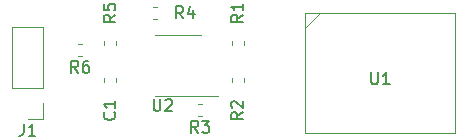
<source format=gbr>
%TF.GenerationSoftware,KiCad,Pcbnew,(5.1.6)-1*%
%TF.CreationDate,2020-09-14T19:28:27+02:00*%
%TF.ProjectId,vacuumSensor,76616375-756d-4536-956e-736f722e6b69,rev?*%
%TF.SameCoordinates,Original*%
%TF.FileFunction,Legend,Top*%
%TF.FilePolarity,Positive*%
%FSLAX46Y46*%
G04 Gerber Fmt 4.6, Leading zero omitted, Abs format (unit mm)*
G04 Created by KiCad (PCBNEW (5.1.6)-1) date 2020-09-14 19:28:27*
%MOMM*%
%LPD*%
G01*
G04 APERTURE LIST*
%ADD10C,0.120000*%
%ADD11C,0.150000*%
G04 APERTURE END LIST*
D10*
%TO.C,J1*%
X110550000Y-92650000D02*
X107890000Y-92650000D01*
X110550000Y-97790000D02*
X110550000Y-92650000D01*
X107890000Y-97790000D02*
X107890000Y-92650000D01*
X110550000Y-97790000D02*
X107890000Y-97790000D01*
X110550000Y-99060000D02*
X110550000Y-100390000D01*
X110550000Y-100390000D02*
X109220000Y-100390000D01*
%TO.C,U2*%
X121920000Y-93325000D02*
X119970000Y-93325000D01*
X121920000Y-93325000D02*
X123870000Y-93325000D01*
X121920000Y-98445000D02*
X119970000Y-98445000D01*
X121920000Y-98445000D02*
X125370000Y-98445000D01*
%TO.C,R6*%
X113827779Y-95125000D02*
X113502221Y-95125000D01*
X113827779Y-94105000D02*
X113502221Y-94105000D01*
%TO.C,R5*%
X115695000Y-94142779D02*
X115695000Y-93817221D01*
X116715000Y-94142779D02*
X116715000Y-93817221D01*
%TO.C,R4*%
X119852221Y-90930000D02*
X120177779Y-90930000D01*
X119852221Y-91950000D02*
X120177779Y-91950000D01*
%TO.C,R3*%
X123987779Y-100205000D02*
X123662221Y-100205000D01*
X123987779Y-99185000D02*
X123662221Y-99185000D01*
%TO.C,R2*%
X126490000Y-97317779D02*
X126490000Y-96992221D01*
X127510000Y-97317779D02*
X127510000Y-96992221D01*
%TO.C,R1*%
X126490000Y-94142779D02*
X126490000Y-93817221D01*
X127510000Y-94142779D02*
X127510000Y-93817221D01*
%TO.C,C1*%
X115695000Y-97317779D02*
X115695000Y-96992221D01*
X116715000Y-97317779D02*
X116715000Y-96992221D01*
%TO.C,U1*%
X132715000Y-91440000D02*
X145415000Y-91440000D01*
X145415000Y-91440000D02*
X145415000Y-101600000D01*
X145415000Y-101600000D02*
X132715000Y-101600000D01*
X132715000Y-101600000D02*
X132715000Y-91440000D01*
X132715000Y-92710000D02*
X133985000Y-91440000D01*
%TO.C,J1*%
D11*
X108886666Y-100842380D02*
X108886666Y-101556666D01*
X108839047Y-101699523D01*
X108743809Y-101794761D01*
X108600952Y-101842380D01*
X108505714Y-101842380D01*
X109886666Y-101842380D02*
X109315238Y-101842380D01*
X109600952Y-101842380D02*
X109600952Y-100842380D01*
X109505714Y-100985238D01*
X109410476Y-101080476D01*
X109315238Y-101128095D01*
%TO.C,U2*%
X119888095Y-98737380D02*
X119888095Y-99546904D01*
X119935714Y-99642142D01*
X119983333Y-99689761D01*
X120078571Y-99737380D01*
X120269047Y-99737380D01*
X120364285Y-99689761D01*
X120411904Y-99642142D01*
X120459523Y-99546904D01*
X120459523Y-98737380D01*
X120888095Y-98832619D02*
X120935714Y-98785000D01*
X121030952Y-98737380D01*
X121269047Y-98737380D01*
X121364285Y-98785000D01*
X121411904Y-98832619D01*
X121459523Y-98927857D01*
X121459523Y-99023095D01*
X121411904Y-99165952D01*
X120840476Y-99737380D01*
X121459523Y-99737380D01*
%TO.C,R6*%
X113498333Y-96497380D02*
X113165000Y-96021190D01*
X112926904Y-96497380D02*
X112926904Y-95497380D01*
X113307857Y-95497380D01*
X113403095Y-95545000D01*
X113450714Y-95592619D01*
X113498333Y-95687857D01*
X113498333Y-95830714D01*
X113450714Y-95925952D01*
X113403095Y-95973571D01*
X113307857Y-96021190D01*
X112926904Y-96021190D01*
X114355476Y-95497380D02*
X114165000Y-95497380D01*
X114069761Y-95545000D01*
X114022142Y-95592619D01*
X113926904Y-95735476D01*
X113879285Y-95925952D01*
X113879285Y-96306904D01*
X113926904Y-96402142D01*
X113974523Y-96449761D01*
X114069761Y-96497380D01*
X114260238Y-96497380D01*
X114355476Y-96449761D01*
X114403095Y-96402142D01*
X114450714Y-96306904D01*
X114450714Y-96068809D01*
X114403095Y-95973571D01*
X114355476Y-95925952D01*
X114260238Y-95878333D01*
X114069761Y-95878333D01*
X113974523Y-95925952D01*
X113926904Y-95973571D01*
X113879285Y-96068809D01*
%TO.C,R5*%
X116657380Y-91606666D02*
X116181190Y-91940000D01*
X116657380Y-92178095D02*
X115657380Y-92178095D01*
X115657380Y-91797142D01*
X115705000Y-91701904D01*
X115752619Y-91654285D01*
X115847857Y-91606666D01*
X115990714Y-91606666D01*
X116085952Y-91654285D01*
X116133571Y-91701904D01*
X116181190Y-91797142D01*
X116181190Y-92178095D01*
X115657380Y-90701904D02*
X115657380Y-91178095D01*
X116133571Y-91225714D01*
X116085952Y-91178095D01*
X116038333Y-91082857D01*
X116038333Y-90844761D01*
X116085952Y-90749523D01*
X116133571Y-90701904D01*
X116228809Y-90654285D01*
X116466904Y-90654285D01*
X116562142Y-90701904D01*
X116609761Y-90749523D01*
X116657380Y-90844761D01*
X116657380Y-91082857D01*
X116609761Y-91178095D01*
X116562142Y-91225714D01*
%TO.C,R4*%
X122388333Y-91892380D02*
X122055000Y-91416190D01*
X121816904Y-91892380D02*
X121816904Y-90892380D01*
X122197857Y-90892380D01*
X122293095Y-90940000D01*
X122340714Y-90987619D01*
X122388333Y-91082857D01*
X122388333Y-91225714D01*
X122340714Y-91320952D01*
X122293095Y-91368571D01*
X122197857Y-91416190D01*
X121816904Y-91416190D01*
X123245476Y-91225714D02*
X123245476Y-91892380D01*
X123007380Y-90844761D02*
X122769285Y-91559047D01*
X123388333Y-91559047D01*
%TO.C,R3*%
X123658333Y-101577380D02*
X123325000Y-101101190D01*
X123086904Y-101577380D02*
X123086904Y-100577380D01*
X123467857Y-100577380D01*
X123563095Y-100625000D01*
X123610714Y-100672619D01*
X123658333Y-100767857D01*
X123658333Y-100910714D01*
X123610714Y-101005952D01*
X123563095Y-101053571D01*
X123467857Y-101101190D01*
X123086904Y-101101190D01*
X123991666Y-100577380D02*
X124610714Y-100577380D01*
X124277380Y-100958333D01*
X124420238Y-100958333D01*
X124515476Y-101005952D01*
X124563095Y-101053571D01*
X124610714Y-101148809D01*
X124610714Y-101386904D01*
X124563095Y-101482142D01*
X124515476Y-101529761D01*
X124420238Y-101577380D01*
X124134523Y-101577380D01*
X124039285Y-101529761D01*
X123991666Y-101482142D01*
%TO.C,R2*%
X127452380Y-99861666D02*
X126976190Y-100195000D01*
X127452380Y-100433095D02*
X126452380Y-100433095D01*
X126452380Y-100052142D01*
X126500000Y-99956904D01*
X126547619Y-99909285D01*
X126642857Y-99861666D01*
X126785714Y-99861666D01*
X126880952Y-99909285D01*
X126928571Y-99956904D01*
X126976190Y-100052142D01*
X126976190Y-100433095D01*
X126547619Y-99480714D02*
X126500000Y-99433095D01*
X126452380Y-99337857D01*
X126452380Y-99099761D01*
X126500000Y-99004523D01*
X126547619Y-98956904D01*
X126642857Y-98909285D01*
X126738095Y-98909285D01*
X126880952Y-98956904D01*
X127452380Y-99528333D01*
X127452380Y-98909285D01*
%TO.C,R1*%
X127452380Y-91606666D02*
X126976190Y-91940000D01*
X127452380Y-92178095D02*
X126452380Y-92178095D01*
X126452380Y-91797142D01*
X126500000Y-91701904D01*
X126547619Y-91654285D01*
X126642857Y-91606666D01*
X126785714Y-91606666D01*
X126880952Y-91654285D01*
X126928571Y-91701904D01*
X126976190Y-91797142D01*
X126976190Y-92178095D01*
X127452380Y-90654285D02*
X127452380Y-91225714D01*
X127452380Y-90940000D02*
X126452380Y-90940000D01*
X126595238Y-91035238D01*
X126690476Y-91130476D01*
X126738095Y-91225714D01*
%TO.C,C1*%
X116562142Y-99861666D02*
X116609761Y-99909285D01*
X116657380Y-100052142D01*
X116657380Y-100147380D01*
X116609761Y-100290238D01*
X116514523Y-100385476D01*
X116419285Y-100433095D01*
X116228809Y-100480714D01*
X116085952Y-100480714D01*
X115895476Y-100433095D01*
X115800238Y-100385476D01*
X115705000Y-100290238D01*
X115657380Y-100147380D01*
X115657380Y-100052142D01*
X115705000Y-99909285D01*
X115752619Y-99861666D01*
X116657380Y-98909285D02*
X116657380Y-99480714D01*
X116657380Y-99195000D02*
X115657380Y-99195000D01*
X115800238Y-99290238D01*
X115895476Y-99385476D01*
X115943095Y-99480714D01*
%TO.C,U1*%
X138303095Y-96472380D02*
X138303095Y-97281904D01*
X138350714Y-97377142D01*
X138398333Y-97424761D01*
X138493571Y-97472380D01*
X138684047Y-97472380D01*
X138779285Y-97424761D01*
X138826904Y-97377142D01*
X138874523Y-97281904D01*
X138874523Y-96472380D01*
X139874523Y-97472380D02*
X139303095Y-97472380D01*
X139588809Y-97472380D02*
X139588809Y-96472380D01*
X139493571Y-96615238D01*
X139398333Y-96710476D01*
X139303095Y-96758095D01*
%TD*%
M02*

</source>
